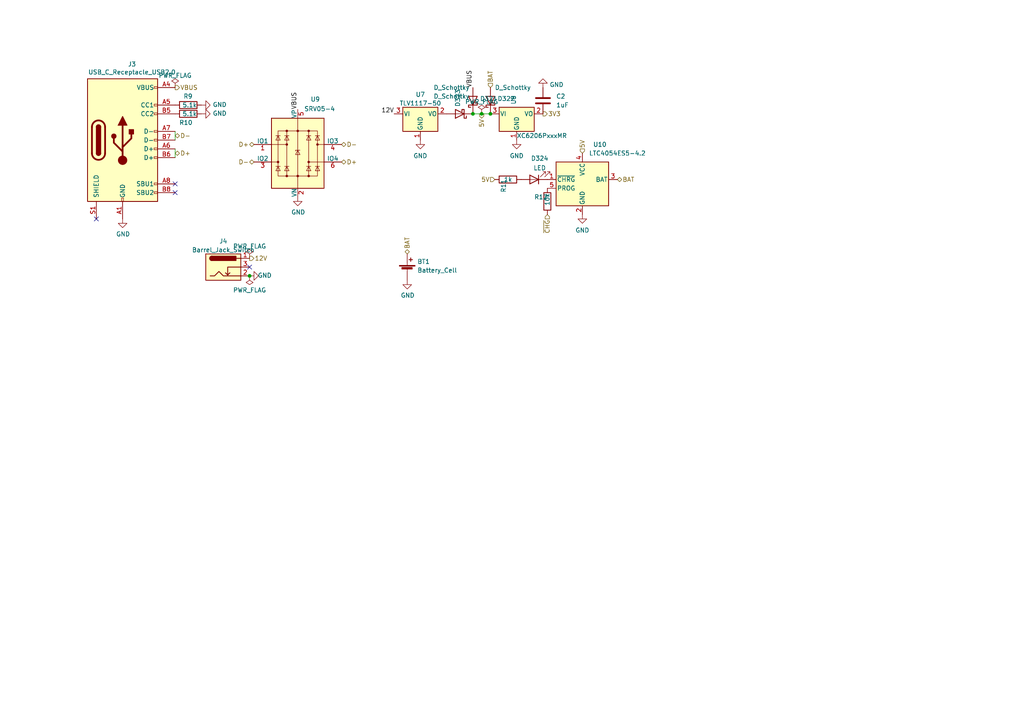
<source format=kicad_sch>
(kicad_sch (version 20230121) (generator eeschema)
  (paper "A4")
  (lib_symbols
    (symbol "Battery_Management:LTC4054ES5-4.2" (pin_names (offset 0.254))
      (property "Reference" "U" (at -5.842 6.604 0))
      (property "Value" "LTC4054ES5-4.2" (at 1.524 6.604 0))
      (symbol "LTC4054ES5-4.2_0_1"
        (rectangle (start -7.62 5.08) (end 7.62 -7.62) (stroke (width 0.254)) (fill (type background)))
      )
      (symbol "LTC4054ES5-4.2_1_1"
        (pin open_collector line (at -10.16 0 0) (length 2.54) (name "~{CHRG}") (number "1"))
        (pin power_in line (at 0 -10.16 90) (length 2.54) (name "GND") (number "2"))
        (pin power_out line (at 10.16 0 180) (length 2.54) (name "BAT") (number "3"))
        (pin power_in line (at 0 7.62 270) (length 2.54) (name "VCC") (number "4"))
        (pin bidirectional line (at -10.16 -2.54 0) (length 2.54) (name "PROG") (number "5"))
      )
    )
    (symbol "Connector:Barrel_Jack_Switch" (pin_names hide)
      (property "Reference" "J" (at 0 5.334 0))
      (property "Value" "Barrel_Jack_Switch" (at 0 -5.08 0))
      (symbol "Barrel_Jack_Switch_0_1"
        (rectangle (start -5.08 3.81) (end 5.08 -3.81) (stroke (width 0.254)) (fill (type background)))
        (arc (start -3.302 3.175) (mid -3.9343 2.54) (end -3.302 1.905) (stroke (width 0.254)))
        (arc (start -3.302 3.175) (mid -3.9343 2.54) (end -3.302 1.905) (stroke (width 0.254)) (fill (type outline)))
        (polyline (pts (xy 1.27 -2.286) (xy 1.905 -1.651)) (stroke (width 0.254)))
        (polyline (pts (xy 5.08 2.54) (xy 3.81 2.54)) (stroke (width 0.254)))
        (polyline (pts (xy 5.08 0) (xy 1.27 0) (xy 1.27 -2.286) (xy 0.635 -1.651)) (stroke (width 0.254)))
        (polyline (pts (xy -3.81 -2.54) (xy -2.54 -2.54) (xy -1.27 -1.27) (xy 0 -2.54) (xy 2.54 -2.54) (xy 5.08 -2.54)) (stroke (width 0.254)))
        (rectangle (start 3.683 3.175) (end -3.302 1.905) (stroke (width 0.254)) (fill (type outline)))
      )
      (symbol "Barrel_Jack_Switch_1_1"
        (pin passive line (at 7.62 2.54 180) (length 2.54) (name "~") (number "1"))
        (pin passive line (at 7.62 -2.54 180) (length 2.54) (name "~") (number "2"))
        (pin passive line (at 7.62 0 180) (length 2.54) (name "~") (number "3"))
      )
    )
    (symbol "Connector:USB_C_Receptacle_USB2.0" (pin_names (offset 1.016))
      (property "Reference" "J" (at -10.16 19.05 0))
      (property "Value" "USB_C_Receptacle_USB2.0" (at 19.05 19.05 0))
      (symbol "USB_C_Receptacle_USB2.0_0_0"
        (rectangle (start -0.254 -17.78) (end 0.254 -16.764))
        (rectangle (start 10.16 -14.986) (end 9.144 -15.494))
        (rectangle (start 10.16 -12.446) (end 9.144 -12.954))
        (rectangle (start 10.16 -4.826) (end 9.144 -5.334))
        (rectangle (start 10.16 -2.286) (end 9.144 -2.794))
        (rectangle (start 10.16 0.254) (end 9.144 -0.254))
        (rectangle (start 10.16 2.794) (end 9.144 2.286))
        (rectangle (start 10.16 7.874) (end 9.144 7.366))
        (rectangle (start 10.16 10.414) (end 9.144 9.906))
        (rectangle (start 10.16 15.494) (end 9.144 14.986))
      )
      (symbol "USB_C_Receptacle_USB2.0_0_1"
        (rectangle (start -10.16 17.78) (end 10.16 -17.78) (stroke (width 0.254)) (fill (type background)))
        (arc (start -8.89 -3.81) (mid -6.985 -5.7067) (end -5.08 -3.81) (stroke (width 0.508)))
        (arc (start -7.62 -3.81) (mid -6.985 -4.4423) (end -6.35 -3.81) (stroke (width 0.254)))
        (arc (start -7.62 -3.81) (mid -6.985 -4.4423) (end -6.35 -3.81) (stroke (width 0.254)) (fill (type outline)))
        (rectangle (start -7.62 -3.81) (end -6.35 3.81) (stroke (width 0.254)) (fill (type outline)))
        (arc (start -6.35 3.81) (mid -6.985 4.4423) (end -7.62 3.81) (stroke (width 0.254)))
        (arc (start -6.35 3.81) (mid -6.985 4.4423) (end -7.62 3.81) (stroke (width 0.254)) (fill (type outline)))
        (arc (start -5.08 3.81) (mid -6.985 5.7067) (end -8.89 3.81) (stroke (width 0.508)))
        (circle (center -2.54 1.143) (radius 0.635) (stroke (width 0.254)) (fill (type outline)))
        (circle (center 0 -5.842) (radius 1.27) (fill (type outline)))
        (polyline (pts (xy -8.89 -3.81) (xy -8.89 3.81)) (stroke (width 0.508)))
        (polyline (pts (xy -5.08 3.81) (xy -5.08 -3.81)) (stroke (width 0.508)))
        (polyline (pts (xy 0 -5.842) (xy 0 4.318)) (stroke (width 0.508)))
        (polyline (pts (xy 0 -3.302) (xy -2.54 -0.762) (xy -2.54 0.508)) (stroke (width 0.508)))
        (polyline (pts (xy 0 -2.032) (xy 2.54 0.508) (xy 2.54 1.778)) (stroke (width 0.508)))
        (polyline (pts (xy -1.27 4.318) (xy 0 6.858) (xy 1.27 4.318) (xy -1.27 4.318)) (stroke (width 0.254)) (fill (type outline)))
        (rectangle (start 1.905 1.778) (end 3.175 3.048) (stroke (width 0.254)) (fill (type outline)))
      )
      (symbol "USB_C_Receptacle_USB2.0_1_1"
        (pin passive line (at 0 -22.86 90) (length 5.08) (name "GND") (number "A1"))
        (pin passive line (at 0 -22.86 90) (length 5.08) hide (name "GND") (number "A12"))
        (pin passive line (at 15.24 15.24 180) (length 5.08) (name "VBUS") (number "A4"))
        (pin bidirectional line (at 15.24 10.16 180) (length 5.08) (name "CC1") (number "A5"))
        (pin bidirectional line (at 15.24 -2.54 180) (length 5.08) (name "D+") (number "A6"))
        (pin bidirectional line (at 15.24 2.54 180) (length 5.08) (name "D-") (number "A7"))
        (pin bidirectional line (at 15.24 -12.7 180) (length 5.08) (name "SBU1") (number "A8"))
        (pin passive line (at 15.24 15.24 180) (length 5.08) hide (name "VBUS") (number "A9"))
        (pin passive line (at 0 -22.86 90) (length 5.08) hide (name "GND") (number "B1"))
        (pin passive line (at 0 -22.86 90) (length 5.08) hide (name "GND") (number "B12"))
        (pin passive line (at 15.24 15.24 180) (length 5.08) hide (name "VBUS") (number "B4"))
        (pin bidirectional line (at 15.24 7.62 180) (length 5.08) (name "CC2") (number "B5"))
        (pin bidirectional line (at 15.24 -5.08 180) (length 5.08) (name "D+") (number "B6"))
        (pin bidirectional line (at 15.24 0 180) (length 5.08) (name "D-") (number "B7"))
        (pin bidirectional line (at 15.24 -15.24 180) (length 5.08) (name "SBU2") (number "B8"))
        (pin passive line (at 15.24 15.24 180) (length 5.08) hide (name "VBUS") (number "B9"))
        (pin passive line (at -7.62 -22.86 90) (length 5.08) (name "SHIELD") (number "S1"))
      )
    )
    (symbol "Device:Battery_Cell" (pin_numbers hide) (pin_names (offset 0) hide)
      (property "Reference" "BT" (at 2.54 2.54 0))
      (property "Value" "Battery_Cell" (at 2.54 0 0))
      (symbol "Battery_Cell_0_1"
        (rectangle (start -2.286 1.778) (end 2.286 1.524) (fill (type outline)))
        (rectangle (start -1.5748 1.1938) (end 1.4732 0.6858) (fill (type outline)))
        (polyline (pts (xy 0 0.762) (xy 0 0)))
        (polyline (pts (xy 0 1.778) (xy 0 2.54)))
        (polyline (pts (xy 0.508 3.429) (xy 1.524 3.429)) (stroke (width 0.254)))
        (polyline (pts (xy 1.016 3.937) (xy 1.016 2.921)) (stroke (width 0.254)))
      )
      (symbol "Battery_Cell_1_1"
        (pin passive line (at 0 5.08 270) (length 2.54) (name "+") (number "1"))
        (pin passive line (at 0 -2.54 90) (length 2.54) (name "-") (number "2"))
      )
    )
    (symbol "Device:C" (pin_numbers hide) (pin_names (offset 0.254))
      (property "Reference" "C" (at 0.635 2.54 0))
      (property "Value" "C" (at 0.635 -2.54 0))
      (symbol "C_0_1"
        (polyline (pts (xy -2.032 -0.762) (xy 2.032 -0.762)) (stroke (width 0.508)))
        (polyline (pts (xy -2.032 0.762) (xy 2.032 0.762)) (stroke (width 0.508)))
      )
      (symbol "C_1_1"
        (pin passive line (at 0 3.81 270) (length 2.794) (name "~") (number "1"))
        (pin passive line (at 0 -3.81 90) (length 2.794) (name "~") (number "2"))
      )
    )
    (symbol "Device:D_Schottky" (pin_numbers hide) (pin_names (offset 1.016) hide)
      (property "Reference" "D" (at 0 2.54 0))
      (property "Value" "D_Schottky" (at 0 -2.54 0))
      (symbol "D_Schottky_0_1"
        (polyline (pts (xy 1.27 0) (xy -1.27 0)))
        (polyline (pts (xy 1.27 1.27) (xy 1.27 -1.27) (xy -1.27 0) (xy 1.27 1.27)) (stroke (width 0.254)))
        (polyline (pts (xy -1.905 0.635) (xy -1.905 1.27) (xy -1.27 1.27) (xy -1.27 -1.27) (xy -0.635 -1.27) (xy -0.635 -0.635)) (stroke (width 0.254)))
      )
      (symbol "D_Schottky_1_1"
        (pin passive line (at -3.81 0 0) (length 2.54) (name "K") (number "1"))
        (pin passive line (at 3.81 0 180) (length 2.54) (name "A") (number "2"))
      )
    )
    (symbol "Device:LED" (pin_numbers hide) (pin_names (offset 1.016) hide)
      (property "Reference" "D" (at 0 2.54 0))
      (property "Value" "LED" (at 0 -2.54 0))
      (symbol "LED_0_1"
        (polyline (pts (xy -1.27 -1.27) (xy -1.27 1.27)) (stroke (width 0.254)))
        (polyline (pts (xy -1.27 0) (xy 1.27 0)))
        (polyline (pts (xy 1.27 -1.27) (xy 1.27 1.27) (xy -1.27 0) (xy 1.27 -1.27)) (stroke (width 0.254)))
        (polyline (pts (xy -3.048 -0.762) (xy -4.572 -2.286) (xy -3.81 -2.286) (xy -4.572 -2.286) (xy -4.572 -1.524)))
        (polyline (pts (xy -1.778 -0.762) (xy -3.302 -2.286) (xy -2.54 -2.286) (xy -3.302 -2.286) (xy -3.302 -1.524)))
      )
      (symbol "LED_1_1"
        (pin passive line (at -3.81 0 0) (length 2.54) (name "K") (number "1"))
        (pin passive line (at 3.81 0 180) (length 2.54) (name "A") (number "2"))
      )
    )
    (symbol "Device:R" (pin_numbers hide) (pin_names (offset 0))
      (property "Reference" "R" (at 2.032 0 90))
      (property "Value" "R" (at 0 0 90))
      (symbol "R_0_1"
        (rectangle (start -1.016 -2.54) (end 1.016 2.54) (stroke (width 0.254)))
      )
      (symbol "R_1_1"
        (pin passive line (at 0 3.81 270) (length 1.27) (name "~") (number "1"))
        (pin passive line (at 0 -3.81 90) (length 1.27) (name "~") (number "2"))
      )
    )
    (symbol "Power_Protection:SRV05-4" (pin_names (offset 0))
      (property "Reference" "U" (at -5.08 11.43 0))
      (property "Value" "SRV05-4" (at 2.54 11.43 0))
      (symbol "SRV05-4_0_0"
        (rectangle (start -5.715 6.477) (end 5.715 -6.604))
        (polyline (pts (xy -3.175 -6.604) (xy -3.175 6.477)))
        (polyline (pts (xy 3.175 6.477) (xy 3.175 -6.604)))
      )
      (symbol "SRV05-4_0_1"
        (rectangle (start -7.62 10.16) (end 7.62 -10.16) (stroke (width 0.254)) (fill (type background)))
        (circle (center -5.715 -2.54) (radius 0.2794) (fill (type outline)))
        (circle (center -3.175 -6.604) (radius 0.2794) (fill (type outline)))
        (circle (center -3.175 2.54) (radius 0.2794) (fill (type outline)))
        (circle (center -3.175 6.477) (radius 0.2794) (fill (type outline)))
        (circle (center 0 -6.604) (radius 0.2794) (fill (type outline)))
        (polyline (pts (xy -7.747 2.54) (xy -3.175 2.54)))
        (polyline (pts (xy -7.62 -2.54) (xy -5.715 -2.54)))
        (polyline (pts (xy -5.08 -3.81) (xy -6.35 -3.81)))
        (polyline (pts (xy -5.08 5.08) (xy -6.35 5.08)))
        (polyline (pts (xy -2.54 -3.81) (xy -3.81 -3.81)))
        (polyline (pts (xy -2.54 5.08) (xy -3.81 5.08)))
        (polyline (pts (xy 0 10.16) (xy 0 -10.16)))
        (polyline (pts (xy 3.81 -3.81) (xy 2.54 -3.81)))
        (polyline (pts (xy 3.81 5.08) (xy 2.54 5.08)))
        (polyline (pts (xy 6.35 -3.81) (xy 5.08 -3.81)))
        (polyline (pts (xy 6.35 5.08) (xy 5.08 5.08)))
        (polyline (pts (xy 7.62 -2.54) (xy 3.175 -2.54)))
        (polyline (pts (xy 7.62 2.54) (xy 5.715 2.54)))
        (polyline (pts (xy 0.635 0.889) (xy -0.635 0.889) (xy -0.635 0.635)))
        (polyline (pts (xy -5.08 -5.08) (xy -6.35 -5.08) (xy -5.715 -3.81) (xy -5.08 -5.08)))
        (polyline (pts (xy -5.08 3.81) (xy -6.35 3.81) (xy -5.715 5.08) (xy -5.08 3.81)))
        (polyline (pts (xy -2.54 -5.08) (xy -3.81 -5.08) (xy -3.175 -3.81) (xy -2.54 -5.08)))
        (polyline (pts (xy -2.54 3.81) (xy -3.81 3.81) (xy -3.175 5.08) (xy -2.54 3.81)))
        (polyline (pts (xy 0.635 -0.381) (xy -0.635 -0.381) (xy 0 0.889) (xy 0.635 -0.381)))
        (polyline (pts (xy 3.81 -5.08) (xy 2.54 -5.08) (xy 3.175 -3.81) (xy 3.81 -5.08)))
        (polyline (pts (xy 3.81 3.81) (xy 2.54 3.81) (xy 3.175 5.08) (xy 3.81 3.81)))
        (polyline (pts (xy 6.35 -5.08) (xy 5.08 -5.08) (xy 5.715 -3.81) (xy 6.35 -5.08)))
        (polyline (pts (xy 6.35 3.81) (xy 5.08 3.81) (xy 5.715 5.08) (xy 6.35 3.81)))
        (circle (center 0 6.477) (radius 0.2794) (fill (type outline)))
        (circle (center 3.175 -6.604) (radius 0.2794) (fill (type outline)))
        (circle (center 3.175 -2.54) (radius 0.2794) (fill (type outline)))
        (circle (center 3.175 6.477) (radius 0.2794) (fill (type outline)))
        (circle (center 5.715 2.54) (radius 0.2794) (fill (type outline)))
      )
      (symbol "SRV05-4_1_1"
        (pin passive line (at -12.7 2.54 0) (length 5.08) (name "IO1") (number "1"))
        (pin passive line (at 0 -12.7 90) (length 2.54) (name "VN") (number "2"))
        (pin passive line (at -12.7 -2.54 0) (length 5.08) (name "IO2") (number "3"))
        (pin passive line (at 12.7 2.54 180) (length 5.08) (name "IO3") (number "4"))
        (pin passive line (at 0 12.7 270) (length 2.54) (name "VP") (number "5"))
        (pin passive line (at 12.7 -2.54 180) (length 5.08) (name "IO4") (number "6"))
      )
    )
    (symbol "Regulator_Linear:TLV1117-50" (pin_names (offset 0.254))
      (property "Reference" "U" (at -3.81 3.175 0))
      (property "Value" "TLV1117-50" (at 0 3.175 0))
      (symbol "TLV1117-50_0_1"
        (rectangle (start -5.08 -5.08) (end 5.08 1.905) (stroke (width 0.254)) (fill (type background)))
      )
      (symbol "TLV1117-50_1_1"
        (pin power_in line (at 0 -7.62 90) (length 2.54) (name "GND") (number "1"))
        (pin power_out line (at 7.62 0 180) (length 2.54) (name "VO") (number "2"))
        (pin power_in line (at -7.62 0 0) (length 2.54) (name "VI") (number "3"))
      )
    )
    (symbol "Regulator_Linear:XC6206PxxxMR" (pin_names (offset 0.254))
      (property "Reference" "U" (at -3.81 3.175 0))
      (property "Value" "XC6206PxxxMR" (at 0 3.175 0))
      (symbol "XC6206PxxxMR_0_1"
        (rectangle (start -5.08 1.905) (end 5.08 -5.08) (stroke (width 0.254)) (fill (type background)))
      )
      (symbol "XC6206PxxxMR_1_1"
        (pin power_in line (at 0 -7.62 90) (length 2.54) (name "GND") (number "1"))
        (pin power_out line (at 7.62 0 180) (length 2.54) (name "VO") (number "2"))
        (pin power_in line (at -7.62 0 0) (length 2.54) (name "VI") (number "3"))
      )
    )
    (symbol "power:GND" (power) (pin_names (offset 0))
      (property "Value" "GND" (at 0 -3.81 0))
      (symbol "GND_0_1"
        (polyline (pts (xy 0 0) (xy 0 -1.27) (xy 1.27 -1.27) (xy 0 -2.54) (xy -1.27 -1.27) (xy 0 -1.27)))
      )
      (symbol "GND_1_1"
        (pin power_in line (at 0 0 270) (length 0) hide (name "GND") (number "1"))
      )
    )
    (symbol "power:PWR_FLAG" (power) (pin_numbers hide) (pin_names (offset 0) hide)
      (property "Value" "PWR_FLAG" (at 0 3.81 0))
      (symbol "PWR_FLAG_0_0"
        (pin power_out line (at 0 0 90) (length 0) (name "pwr") (number "1"))
      )
      (symbol "PWR_FLAG_0_1"
        (polyline (pts (xy 0 0) (xy 0 1.27) (xy -1.016 1.905) (xy 0 2.54) (xy 1.016 1.905) (xy 0 1.27)))
      )
    )
  )
  (junction (at 72.39 80.01))
  (junction (at 142.24 33.02))
  (junction (at 137.16 33.02))
  (junction (at 139.7 33.02))
  (no_connect (at 27.94 63.5))
  (no_connect (at 72.39 77.47))
  (no_connect (at 50.8 55.88))
  (no_connect (at 50.8 53.34))
  (wire (pts (xy 50.8 43.18) (xy 50.8 45.72)))
  (wire (pts (xy 137.16 33.02) (xy 139.7 33.02)))
  (wire (pts (xy 50.8 38.1) (xy 50.8 40.64)))
  (wire (pts (xy 139.7 33.02) (xy 142.24 33.02)))
  (label "12V" (at 114.3 33.02 180))
  (label "VBUS" (at 86.36 31.75 90))
  (label "VBUS" (at 137.16 25.4 90))
  (hierarchical_label "3V3" (shape output) (at 157.48 33.02 0))
  (hierarchical_label "BAT" (shape bidirectional) (at 118.11 73.66 90))
  (hierarchical_label "BAT" (shape input) (at 142.24 25.4 90))
  (hierarchical_label "5V" (shape output) (at 139.7 33.02 270))
  (hierarchical_label "D+" (shape bidirectional) (at 50.8 44.45 0))
  (hierarchical_label "D-" (shape bidirectional) (at 73.66 46.99 180))
  (hierarchical_label "12V" (shape output) (at 72.39 74.93 0))
  (hierarchical_label "D-" (shape bidirectional) (at 99.06 41.91 0))
  (hierarchical_label "BAT" (shape bidirectional) (at 179.07 52.07 0))
  (hierarchical_label "~{CHG}" (shape input) (at 158.75 62.23 270))
  (hierarchical_label "D-" (shape bidirectional) (at 50.8 39.37 0))
  (hierarchical_label "5V" (shape input) (at 143.51 52.07 180))
  (hierarchical_label "D+" (shape bidirectional) (at 99.06 46.99 0))
  (hierarchical_label "VBUS" (shape output) (at 50.8 25.4 0))
  (hierarchical_label "5V" (shape input) (at 168.91 44.45 90))
  (hierarchical_label "D+" (shape bidirectional) (at 73.66 41.91 180))
  (symbol (lib_id "power:PWR_FLAG") (at 139.7 33.02 0) (unit 1)
    (property "Reference" "#FLG04" (effects hide))
    (property "Value" "PWR_FLAG" (at 139.7 29.5181 0))
  )
  (symbol (lib_id "Regulator_Linear:XC6206PxxxMR") (at 149.86 33.02 0) (unit 1)
    (property "Reference" "U8" (at 148.9515 30.353 90) (effects (justify left)))
    (property "Value" "XC6206PxxxMR" (at 149.86 39.37 0) (effects (justify left)))
    (property "Footprint" "Package_TO_SOT_SMD:SOT-23-3" (effects hide))
    (property "Datasheet" "https://www.torexsemi.com/file/xc6206/XC6206.pdf" (effects hide))
  )
  (symbol (lib_id "power:GND") (at 58.42 33.02 90) (unit 1)
    (property "Reference" "#PWR030" (effects hide))
    (property "Value" "GND" (at 61.6712 32.893 90) (effects (justify right)))
  )
  (symbol (lib_id "Device:R") (at 54.61 33.02 270) (unit 1)
    (property "Reference" "R10" (at 55.88 35.56 90) (effects (justify right)))
    (property "Value" "5.1k" (at 57.15 33.02 90) (effects (justify right)))
    (property "Footprint" "Resistor_SMD:R_0603_1608Metric" (effects hide))
  )
  (symbol (lib_id "Connector:USB_C_Receptacle_USB2.0") (at 35.56 40.64 0) (unit 1)
    (property "Reference" "J3" (at 38.2778 18.6182 0))
    (property "Value" "USB_C_Receptacle_USB2.0" (at 38.2778 20.9296 0))
    (property "Footprint" "Connector_USB:USB_C_Receptacle_HRO_TYPE-C-31-M-12" (effects hide))
    (property "Datasheet" "https://www.usb.org/sites/default/files/documents/usb_type-c.zip" (effects hide))
  )
  (symbol (lib_id "Device:D_Schottky") (at 133.35 33.02 180) (unit 1)
    (property "Reference" "D323" (at 132.759 30.988 90) (effects (justify right)))
    (property "Value" "D_Schottky" (at 125.73 27.94 0) (effects (justify right)))
    (property "Footprint" "Diode_SMD:D_SOD-123" (effects hide))
  )
  (symbol (lib_id "power:GND") (at 149.86 40.64 0) (unit 1)
    (property "Reference" "#PWR032" (effects hide))
    (property "Value" "GND" (at 149.86 45.2025 0))
  )
  (symbol (lib_id "Device:D_Schottky") (at 142.24 29.21 90) (unit 1)
    (property "Reference" "D322" (at 144.272 28.619 90) (effects (justify right)))
    (property "Value" "D_Schottky" (at 143.51 25.4 90) (effects (justify right)))
    (property "Footprint" "Diode_SMD:D_SOD-123" (effects hide))
  )
  (symbol (lib_id "power:GND") (at 157.48 25.4 180) (unit 1)
    (property "Reference" "#PWR036" (effects hide))
    (property "Value" "GND" (at 159.385 24.5638 0) (effects (justify right)))
  )
  (symbol (lib_id "power:GND") (at 168.91 62.23 0) (unit 1)
    (property "Reference" "#PWR034" (effects hide))
    (property "Value" "GND" (at 168.91 66.7925 0))
  )
  (symbol (lib_id "power:GND") (at 118.11 81.28 0) (unit 1)
    (property "Reference" "#PWR0111" (effects hide))
    (property "Value" "GND" (at 118.237 85.6742 0))
  )
  (symbol (lib_id "power:GND") (at 58.42 30.48 90) (unit 1)
    (property "Reference" "#PWR029" (effects hide))
    (property "Value" "GND" (at 61.6712 30.353 90) (effects (justify right)))
  )
  (symbol (lib_id "Device:Battery_Cell") (at 118.11 78.74 0) (unit 1)
    (property "Reference" "BT1" (at 121.031 75.8733 0) (effects (justify left)))
    (property "Value" "Battery_Cell" (at 121.031 78.4102 0) (effects (justify left)))
    (property "Footprint" "Connector_JST:JST_PH_S2B-PH-SM4-TB_1x02-1MP_P2.00mm_Horizontal" (effects hide))
  )
  (symbol (lib_id "power:PWR_FLAG") (at 50.8 25.4 0) (unit 1)
    (property "Reference" "#FLG02" (effects hide))
    (property "Value" "PWR_FLAG" (at 50.8 21.8981 0))
  )
  (symbol (lib_id "power:GND") (at 35.56 63.5 0) (unit 1)
    (property "Reference" "#PWR035" (effects hide))
    (property "Value" "GND" (at 35.687 67.8942 0))
  )
  (symbol (lib_id "Power_Protection:SRV05-4") (at 86.36 44.45 0) (unit 1)
    (property "Reference" "U9" (at 91.44 28.7994 0))
    (property "Value" "SRV05-4" (at 92.71 31.5745 0))
    (property "Footprint" "Package_TO_SOT_SMD:SOT-23-6" (effects hide))
    (property "Datasheet" "http://www.onsemi.com/pub/Collateral/SRV05-4-D.PDF" (effects hide))
  )
  (symbol (lib_id "power:GND") (at 86.36 57.15 0) (unit 1)
    (property "Reference" "#PWR033" (effects hide))
    (property "Value" "GND" (at 86.487 61.5442 0))
  )
  (symbol (lib_id "Connector:Barrel_Jack_Switch") (at 64.77 77.47 0) (unit 1)
    (property "Reference" "J4" (at 64.77 69.9602 0))
    (property "Value" "Barrel_Jack_Switch" (at 64.77 72.4971 0))
    (property "Footprint" "Connector_BarrelJack:BarrelJack_CUI_PJ-102AH_Horizontal" (effects hide))
  )
  (symbol (lib_id "Device:R") (at 54.61 30.48 270) (unit 1)
    (property "Reference" "R9" (at 55.88 27.94 90) (effects (justify right)))
    (property "Value" "5.1k" (at 57.15 30.48 90) (effects (justify right)))
    (property "Footprint" "Resistor_SMD:R_0603_1608Metric" (effects hide))
  )
  (symbol (lib_id "power:PWR_FLAG") (at 72.39 80.01 180) (unit 1)
    (property "Reference" "#FLG03" (effects hide))
    (property "Value" "PWR_FLAG" (at 72.39 84.1455 0))
  )
  (symbol (lib_id "Regulator_Linear:TLV1117-50") (at 121.92 33.02 0) (unit 1)
    (property "Reference" "U7" (at 121.92 27.4152 0))
    (property "Value" "TLV1117-50" (at 121.92 29.9521 0))
    (property "Footprint" "Package_TO_SOT_SMD:SOT-223" (effects hide))
    (property "Datasheet" "http://www.ti.com/lit/ds/symlink/tlv1117.pdf" (effects hide))
  )
  (symbol (lib_id "Device:D_Schottky") (at 137.16 29.21 90) (unit 1)
    (property "Reference" "D321" (at 139.192 28.619 90) (effects (justify right)))
    (property "Value" "D_Schottky" (at 125.73 25.4 90) (effects (justify right)))
    (property "Footprint" "Diode_SMD:D_SOD-123" (effects hide))
  )
  (symbol (lib_id "power:PWR_FLAG") (at 72.39 74.93 0) (unit 1)
    (property "Reference" "#FLG01" (effects hide))
    (property "Value" "PWR_FLAG" (at 72.39 71.4281 0))
  )
  (symbol (lib_id "Device:C") (at 157.48 29.21 0) (unit 1)
    (property "Reference" "C2" (at 161.29 27.94 0) (effects (justify left)))
    (property "Value" "1uF" (at 161.29 30.48 0) (effects (justify left)))
    (property "Footprint" "Capacitor_SMD:C_0603_1608Metric" (effects hide))
  )
  (symbol (lib_id "power:GND") (at 72.39 80.01 90) (unit 1)
    (property "Reference" "#PWR0107" (effects hide))
    (property "Value" "GND" (at 76.7842 79.883 90))
  )
  (symbol (lib_id "Battery_Management:LTC4054ES5-4.2") (at 168.91 52.07 0) (unit 1)
    (property "Reference" "U10" (at 173.99 41.91 0))
    (property "Value" "LTC4054ES5-4.2" (at 179.07 44.45 0))
    (property "Footprint" "Package_TO_SOT_SMD:TSOT-23-5" (effects hide))
    (property "Datasheet" "https://www.analog.com/media/en/technical-documentation/data-sheets/405442xf.pdf" (effects hide))
  )
  (symbol (lib_id "power:GND") (at 121.92 40.64 0) (unit 1)
    (property "Reference" "#PWR031" (effects hide))
    (property "Value" "GND" (at 121.92 45.2025 0))
  )
  (symbol (lib_id "Device:R") (at 158.75 58.42 0) (unit 1)
    (property "Reference" "R12" (at 154.94 57.15 0) (effects (justify left)))
    (property "Value" "10k" (at 158.75 59.69 90) (effects (justify left)))
    (property "Footprint" "Resistor_SMD:R_0603_1608Metric" (effects hide))
  )
  (symbol (lib_id "Device:LED") (at 154.94 52.07 180) (unit 1)
    (property "Reference" "D324" (at 156.5275 45.9445 0))
    (property "Value" "LED" (at 156.5275 48.7196 0))
    (property "Footprint" "Diode_SMD:D_0805_2012Metric" (effects hide))
  )
  (symbol (lib_id "Device:R") (at 147.32 52.07 90) (unit 1)
    (property "Reference" "R11" (at 146.05 55.88 0) (effects (justify left)))
    (property "Value" "1k" (at 148.59 52.07 90) (effects (justify left)))
    (property "Footprint" "Resistor_SMD:R_0603_1608Metric" (effects hide))
  )
)
</source>
